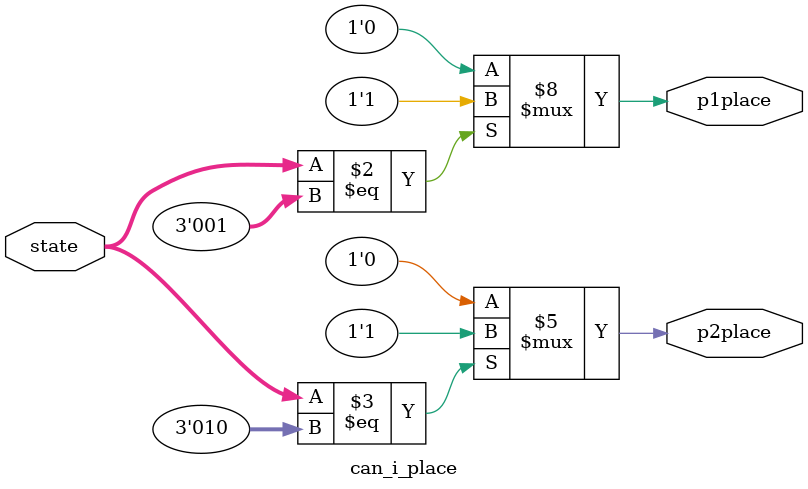
<source format=v>
`timescale 1ns / 1ps


module can_i_place(
    input [2:0] state,
    output reg p1place,
    output reg p2place
    );
    
    always @(*) begin
        if (state == 1) p1place <= 1; else p1place <= 0;
        if (state == 2) p2place <= 1; else p2place <= 0;
    end
endmodule

</source>
